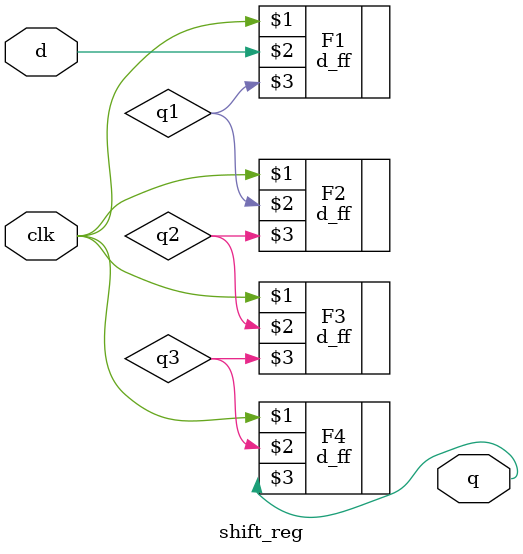
<source format=v>

`timescale 1ns / 1ps

module shift_reg(clk,d,q);

        input d,clk;
        output q;
        wire q1,q2,q3;
        
        d_ff F1(clk,d,q1);
        d_ff F2(clk,q1,q2);
        d_ff F3(clk,q2,q3);
        d_ff F4(clk,q3,q);
      
endmodule
</source>
